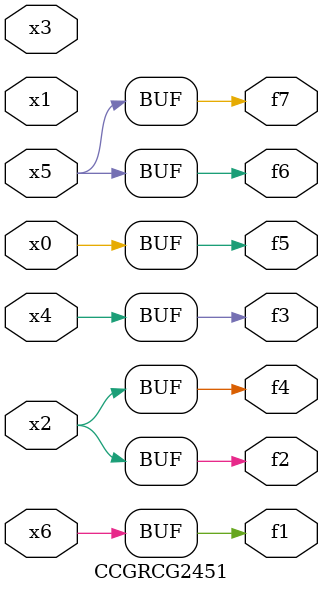
<source format=v>
module CCGRCG2451(
	input x0, x1, x2, x3, x4, x5, x6,
	output f1, f2, f3, f4, f5, f6, f7
);
	assign f1 = x6;
	assign f2 = x2;
	assign f3 = x4;
	assign f4 = x2;
	assign f5 = x0;
	assign f6 = x5;
	assign f7 = x5;
endmodule

</source>
